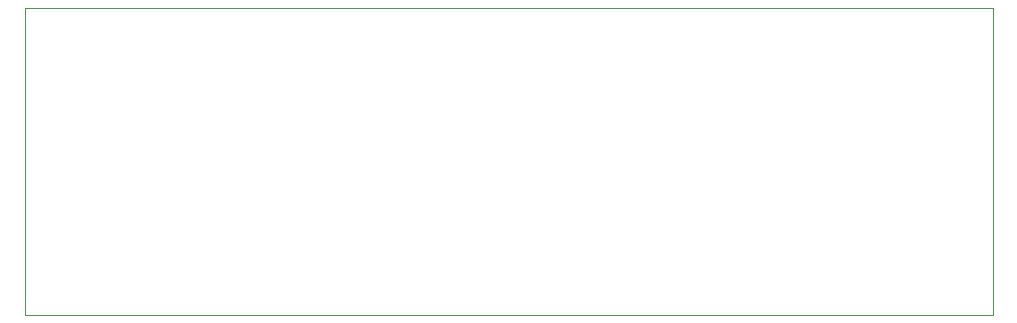
<source format=gbr>
%TF.GenerationSoftware,KiCad,Pcbnew,9.0.0*%
%TF.CreationDate,2025-05-11T09:44:17-05:00*%
%TF.ProjectId,Watch Winder,57617463-6820-4576-996e-6465722e6b69,rev?*%
%TF.SameCoordinates,Original*%
%TF.FileFunction,Profile,NP*%
%FSLAX46Y46*%
G04 Gerber Fmt 4.6, Leading zero omitted, Abs format (unit mm)*
G04 Created by KiCad (PCBNEW 9.0.0) date 2025-05-11 09:44:17*
%MOMM*%
%LPD*%
G01*
G04 APERTURE LIST*
%TA.AperFunction,Profile*%
%ADD10C,0.050000*%
%TD*%
G04 APERTURE END LIST*
D10*
X106000000Y-86000000D02*
X106000000Y-60000000D01*
X188000000Y-86000000D02*
X106000000Y-86000000D01*
X106000000Y-60000000D02*
X188000000Y-60000000D01*
X188000000Y-60000000D02*
X188000000Y-86000000D01*
M02*

</source>
